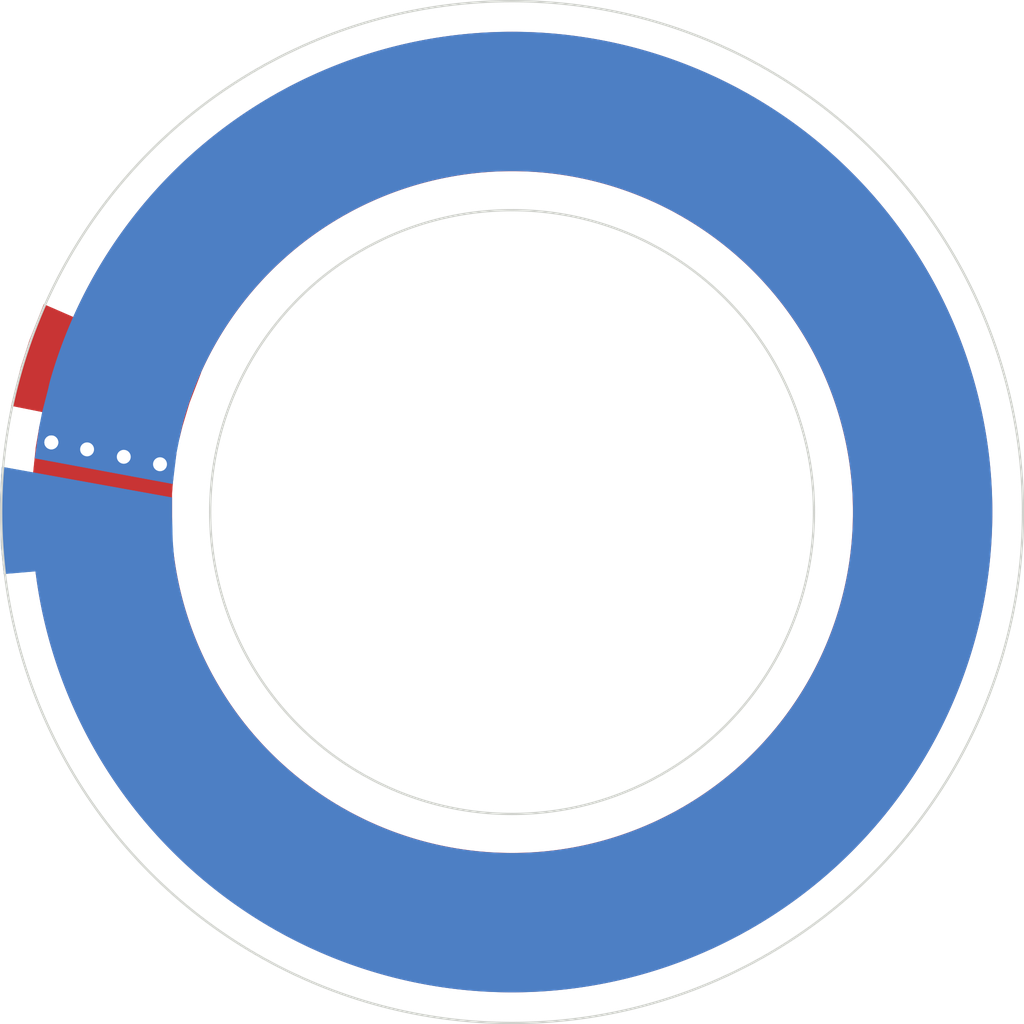
<source format=kicad_pcb>
(kicad_pcb
	(version 20240108)
	(generator "pcbnew")
	(generator_version "8.0")
	(general
		(thickness 0.6)
		(legacy_teardrops no)
	)
	(paper "A4")
	(layers
		(0 "F.Cu" signal)
		(31 "B.Cu" signal)
		(32 "B.Adhes" user "B.Adhesive")
		(33 "F.Adhes" user "F.Adhesive")
		(34 "B.Paste" user)
		(35 "F.Paste" user)
		(36 "B.SilkS" user "B.Silkscreen")
		(37 "F.SilkS" user "F.Silkscreen")
		(38 "B.Mask" user)
		(39 "F.Mask" user)
		(40 "Dwgs.User" user "User.Drawings")
		(41 "Cmts.User" user "User.Comments")
		(42 "Eco1.User" user "User.Eco1")
		(43 "Eco2.User" user "User.Eco2")
		(44 "Edge.Cuts" user)
		(45 "Margin" user)
		(46 "B.CrtYd" user "B.Courtyard")
		(47 "F.CrtYd" user "F.Courtyard")
		(48 "B.Fab" user)
		(49 "F.Fab" user)
		(50 "User.1" user)
		(51 "User.2" user)
		(52 "User.3" user)
		(53 "User.4" user)
		(54 "User.5" user)
		(55 "User.6" user)
		(56 "User.7" user)
		(57 "User.8" user)
		(58 "User.9" user)
	)
	(setup
		(stackup
			(layer "F.SilkS"
				(type "Top Silk Screen")
			)
			(layer "F.Paste"
				(type "Top Solder Paste")
			)
			(layer "F.Mask"
				(type "Top Solder Mask")
				(thickness 0.01)
			)
			(layer "F.Cu"
				(type "copper")
				(thickness 0.035)
			)
			(layer "dielectric 1"
				(type "core")
				(thickness 0.51)
				(material "FR4")
				(epsilon_r 4.5)
				(loss_tangent 0.02)
			)
			(layer "B.Cu"
				(type "copper")
				(thickness 0.035)
			)
			(layer "B.Mask"
				(type "Bottom Solder Mask")
				(thickness 0.01)
			)
			(layer "B.Paste"
				(type "Bottom Solder Paste")
			)
			(layer "B.SilkS"
				(type "Bottom Silk Screen")
			)
			(copper_finish "None")
			(dielectric_constraints no)
		)
		(pad_to_mask_clearance 0)
		(allow_soldermask_bridges_in_footprints no)
		(pcbplotparams
			(layerselection 0x00010fc_ffffffff)
			(plot_on_all_layers_selection 0x0000000_00000000)
			(disableapertmacros no)
			(usegerberextensions no)
			(usegerberattributes yes)
			(usegerberadvancedattributes yes)
			(creategerberjobfile yes)
			(dashed_line_dash_ratio 12.000000)
			(dashed_line_gap_ratio 3.000000)
			(svgprecision 4)
			(plotframeref no)
			(viasonmask no)
			(mode 1)
			(useauxorigin no)
			(hpglpennumber 1)
			(hpglpenspeed 20)
			(hpglpendiameter 15.000000)
			(pdf_front_fp_property_popups yes)
			(pdf_back_fp_property_popups yes)
			(dxfpolygonmode yes)
			(dxfimperialunits yes)
			(dxfusepcbnewfont yes)
			(psnegative no)
			(psa4output no)
			(plotreference yes)
			(plotvalue yes)
			(plotfptext yes)
			(plotinvisibletext no)
			(sketchpadsonfab no)
			(subtractmaskfromsilk no)
			(outputformat 1)
			(mirror no)
			(drillshape 1)
			(scaleselection 1)
			(outputdirectory "")
		)
	)
	(net 0 "")
	(gr_arc
		(start 141.8 96.7)
		(mid 158.677867 101.68066)
		(end 141.160882 100)
		(stroke
			(width 3)
			(type default)
		)
		(layer "F.Cu")
		(uuid "22f1099f-db8f-4a38-a32a-fc502849d261")
	)
	(gr_poly
		(pts
			(xy 142.675 100.225) (xy 142.675 99.6) (xy 142.7 99.275) (xy 142.725 99.025) (xy 142.77 98.73) (xy 139.83 98.14)
			(xy 139.75 98.6) (xy 139.675 99.325) (xy 139.675 100.225)
		)
		(stroke
			(width 0.01)
			(type solid)
		)
		(fill solid)
		(layer "F.Cu")
		(uuid "abf4c09b-77ee-43c2-95a9-086886292436")
	)
	(gr_poly
		(pts
			(xy 139.92 95.53) (xy 139.61 96.31) (xy 139.43 96.87) (xy 139.22 97.71) (xy 142.83 98.43) (xy 142.9 98.15)
			(xy 143.05 97.65) (xy 143.3 97)
		)
		(stroke
			(width 0.01)
			(type solid)
		)
		(fill solid)
		(layer "F.Cu")
		(uuid "feaf626f-23df-45b5-8ad1-b2d1ba21869f")
	)
	(gr_poly
		(pts
			(xy 142.72 101.02) (xy 142.69 100.63) (xy 142.675 100.1) (xy 142.675 99.69) (xy 139.02 99.03) (xy 139.005 99.205)
			(xy 138.98 99.78) (xy 139 100.73) (xy 139.06 101.33)
		)
		(stroke
			(width 0.01)
			(type solid)
		)
		(fill solid)
		(layer "B.Cu")
		(uuid "13b2dc17-757d-48ca-bbb8-b9c5c02f3c00")
	)
	(gr_arc
		(start 141.499364 97.56982)
		(mid 158.808966 100.754097)
		(end 141.210001 100.95)
		(stroke
			(width 3)
			(type default)
		)
		(layer "B.Cu")
		(uuid "799c68df-f293-4e62-9db1-c94cbbb8c52c")
	)
	(gr_poly
		(pts
			(xy 142.77 98.73) (xy 142.83 98.43) (xy 142.92 98.03) (xy 140.04 97.26) (xy 139.89 97.84) (xy 139.83 98.14)
			(xy 139.73 98.84) (xy 142.69 99.39)
		)
		(stroke
			(width 0.01)
			(type solid)
		)
		(fill solid)
		(layer "B.Cu")
		(uuid "e8f85b02-151c-4c60-84ba-f2739de2f059")
	)
	(gr_poly
		(pts
			(xy 142.72 101.02) (xy 142.69 100.63) (xy 142.675 100.1) (xy 142.675 99.69) (xy 139.02 99.03) (xy 139.005 99.205)
			(xy 138.98 99.78) (xy 139 100.73) (xy 139.06 101.33)
		)
		(stroke
			(width 0.01)
			(type solid)
		)
		(fill solid)
		(layer "B.Mask")
		(uuid "f92babcd-1e51-4012-a52b-cf261a49bbb6")
	)
	(gr_poly
		(pts
			(xy 139.92 95.53) (xy 139.61 96.31) (xy 139.43 96.87) (xy 139.22 97.71) (xy 142.83 98.43) (xy 142.9 98.15)
			(xy 143.05 97.65) (xy 143.3 97)
		)
		(stroke
			(width 0.01)
			(type solid)
		)
		(fill solid)
		(layer "F.Mask")
		(uuid "189b7ef6-6926-4004-9a35-7755a809a046")
	)
	(gr_circle
		(center 150 100)
		(end 143.5 99.98)
		(stroke
			(width 0.05)
			(type default)
		)
		(fill none)
		(layer "Edge.Cuts")
		(uuid "5e03e167-78e3-411e-abcb-14d8e45795bb")
	)
	(gr_circle
		(center 150 100)
		(end 139 100)
		(stroke
			(width 0.05)
			(type default)
		)
		(fill none)
		(layer "Edge.Cuts")
		(uuid "8bac4c59-f78b-4d9d-a733-d80bed41ace1")
	)
	(via
		(at 142.42 98.97)
		(size 0.6)
		(drill 0.3)
		(layers "F.Cu" "B.Cu")
		(net 0)
		(uuid "377a260c-d64e-4e76-ad6c-eed7811bfbdb")
	)
	(via
		(at 141.64 98.81)
		(size 0.6)
		(drill 0.3)
		(layers "F.Cu" "B.Cu")
		(net 0)
		(uuid "5c816f35-8878-4bbb-adcb-f9f5d91926ec")
	)
	(via
		(at 140.08 98.5)
		(size 0.6)
		(drill 0.3)
		(layers "F.Cu" "B.Cu")
		(net 0)
		(uuid "a78e41cd-4f23-48d5-9669-21ba2b70a126")
	)
	(via
		(at 140.08 98.5)
		(size 0.6)
		(drill 0.3)
		(layers "F.Cu" "B.Cu")
		(net 0)
		(uuid "b1e6631b-17bd-4613-9c42-08a7430a5519")
	)
	(via
		(at 140.85 98.65)
		(size 0.6)
		(drill 0.3)
		(layers "F.Cu" "B.Cu")
		(net 0)
		(uuid "c265b21a-b157-463b-be10-0ae8c29ae5e5")
	)
)

</source>
